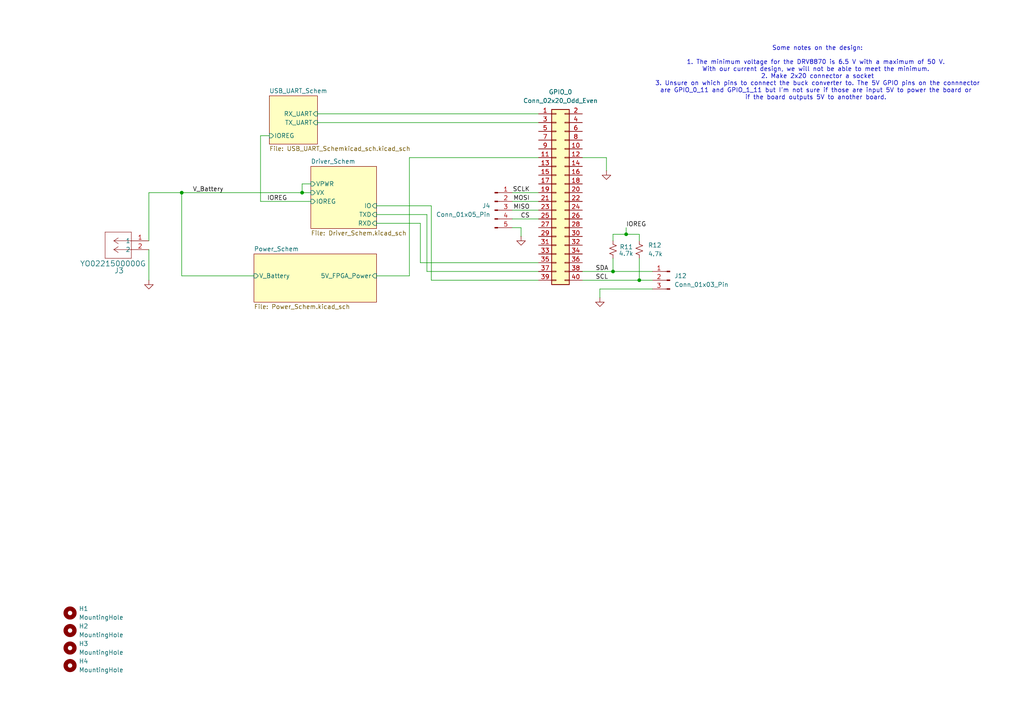
<source format=kicad_sch>
(kicad_sch (version 20250114) (generator "eeschema") (generator_version "9.0")
  (paper "A4")
  (lib_symbols
    (symbol "2026-01-23_14-54-26:YO0221500000G" (pin_names (offset 0.254))
      (property "Reference" "J" (at 8.89 6.35 0))
      (property "Value" "YO0221500000G" (at 0 0 0))
      (symbol "YO0221500000G_1_1"
        (polyline (pts (xy 5.08 2.54) (xy 5.08 -5.08)) (stroke (width 0.127)))
        (polyline (pts (xy 5.08 -5.08) (xy 12.7 -5.08)) (stroke (width 0.127)))
        (polyline (pts (xy 10.16 0) (xy 5.08 0)) (stroke (width 0.127)))
        (polyline (pts (xy 10.16 0) (xy 8.89 0.8467)) (stroke (width 0.127)))
        (polyline (pts (xy 10.16 0) (xy 8.89 -0.8467)) (stroke (width 0.127)))
        (polyline (pts (xy 10.16 -2.54) (xy 5.08 -2.54)) (stroke (width 0.127)))
        (polyline (pts (xy 10.16 -2.54) (xy 8.89 -1.6933)) (stroke (width 0.127)))
        (polyline (pts (xy 10.16 -2.54) (xy 8.89 -3.3867)) (stroke (width 0.127)))
        (polyline (pts (xy 12.7 2.54) (xy 5.08 2.54)) (stroke (width 0.127)))
        (polyline (pts (xy 12.7 -5.08) (xy 12.7 2.54)) (stroke (width 0.127)))
        (pin unspecified line (at 0 0 0) (length 5.08) (name "1") (number "1"))
        (pin unspecified line (at 0 -2.54 0) (length 5.08) (name "2") (number "2"))
      )
      (symbol "YO0221500000G_1_2"
        (polyline (pts (xy 5.08 2.54) (xy 5.08 -5.08)) (stroke (width 0.127)))
        (polyline (pts (xy 5.08 -5.08) (xy 12.7 -5.08)) (stroke (width 0.127)))
        (polyline (pts (xy 7.62 0) (xy 5.08 0)) (stroke (width 0.127)))
        (polyline (pts (xy 7.62 0) (xy 8.89 0.8467)) (stroke (width 0.127)))
        (polyline (pts (xy 7.62 0) (xy 8.89 -0.8467)) (stroke (width 0.127)))
        (polyline (pts (xy 7.62 -2.54) (xy 5.08 -2.54)) (stroke (width 0.127)))
        (polyline (pts (xy 7.62 -2.54) (xy 8.89 -1.6933)) (stroke (width 0.127)))
        (polyline (pts (xy 7.62 -2.54) (xy 8.89 -3.3867)) (stroke (width 0.127)))
        (polyline (pts (xy 12.7 2.54) (xy 5.08 2.54)) (stroke (width 0.127)))
        (polyline (pts (xy 12.7 -5.08) (xy 12.7 2.54)) (stroke (width 0.127)))
        (pin unspecified line (at 0 0 0) (length 5.08) (name "1") (number "1"))
        (pin unspecified line (at 0 -2.54 0) (length 5.08) (name "2") (number "2"))
      )
    )
    (symbol "Connector:Conn_01x03_Pin" (pin_names (offset 1.016) (hide yes))
      (property "Reference" "J" (at 0 5.08 0))
      (property "Value" "Conn_01x03_Pin" (at 0 -5.08 0))
      (symbol "Conn_01x03_Pin_1_1"
        (rectangle (start 0.8636 2.667) (end 0 2.413) (stroke (width 0.1524)) (fill (type outline)))
        (rectangle (start 0.8636 0.127) (end 0 -0.127) (stroke (width 0.1524)) (fill (type outline)))
        (rectangle (start 0.8636 -2.413) (end 0 -2.667) (stroke (width 0.1524)) (fill (type outline)))
        (polyline (pts (xy 1.27 2.54) (xy 0.8636 2.54)) (stroke (width 0.1524)))
        (polyline (pts (xy 1.27 0) (xy 0.8636 0)) (stroke (width 0.1524)))
        (polyline (pts (xy 1.27 -2.54) (xy 0.8636 -2.54)) (stroke (width 0.1524)))
        (pin passive line (at 5.08 2.54 180) (length 3.81) (name "Pin_1") (number "1"))
        (pin passive line (at 5.08 0 180) (length 3.81) (name "Pin_2") (number "2"))
        (pin passive line (at 5.08 -2.54 180) (length 3.81) (name "Pin_3") (number "3"))
      )
    )
    (symbol "Connector:Conn_01x05_Pin" (pin_names (offset 1.016) (hide yes))
      (property "Reference" "J" (at 0 7.62 0))
      (property "Value" "Conn_01x05_Pin" (at 0 -7.62 0))
      (symbol "Conn_01x05_Pin_1_1"
        (rectangle (start 0.8636 5.207) (end 0 4.953) (stroke (width 0.1524)) (fill (type outline)))
        (rectangle (start 0.8636 2.667) (end 0 2.413) (stroke (width 0.1524)) (fill (type outline)))
        (rectangle (start 0.8636 0.127) (end 0 -0.127) (stroke (width 0.1524)) (fill (type outline)))
        (rectangle (start 0.8636 -2.413) (end 0 -2.667) (stroke (width 0.1524)) (fill (type outline)))
        (rectangle (start 0.8636 -4.953) (end 0 -5.207) (stroke (width 0.1524)) (fill (type outline)))
        (polyline (pts (xy 1.27 5.08) (xy 0.8636 5.08)) (stroke (width 0.1524)))
        (polyline (pts (xy 1.27 2.54) (xy 0.8636 2.54)) (stroke (width 0.1524)))
        (polyline (pts (xy 1.27 0) (xy 0.8636 0)) (stroke (width 0.1524)))
        (polyline (pts (xy 1.27 -2.54) (xy 0.8636 -2.54)) (stroke (width 0.1524)))
        (polyline (pts (xy 1.27 -5.08) (xy 0.8636 -5.08)) (stroke (width 0.1524)))
        (pin passive line (at 5.08 5.08 180) (length 3.81) (name "Pin_1") (number "1"))
        (pin passive line (at 5.08 2.54 180) (length 3.81) (name "Pin_2") (number "2"))
        (pin passive line (at 5.08 0 180) (length 3.81) (name "Pin_3") (number "3"))
        (pin passive line (at 5.08 -2.54 180) (length 3.81) (name "Pin_4") (number "4"))
        (pin passive line (at 5.08 -5.08 180) (length 3.81) (name "Pin_5") (number "5"))
      )
    )
    (symbol "Connector_Generic:Conn_02x20_Odd_Even" (pin_names (offset 1.016) (hide yes))
      (property "Reference" "J" (at 1.27 25.4 0))
      (property "Value" "Conn_02x20_Odd_Even" (at 1.27 -27.94 0))
      (symbol "Conn_02x20_Odd_Even_1_1"
        (rectangle (start -1.27 24.13) (end 3.81 -26.67) (stroke (width 0.254)) (fill (type background)))
        (rectangle (start -1.27 22.987) (end 0 22.733) (stroke (width 0.1524)))
        (rectangle (start -1.27 20.447) (end 0 20.193) (stroke (width 0.1524)))
        (rectangle (start -1.27 17.907) (end 0 17.653) (stroke (width 0.1524)))
        (rectangle (start -1.27 15.367) (end 0 15.113) (stroke (width 0.1524)))
        (rectangle (start -1.27 12.827) (end 0 12.573) (stroke (width 0.1524)))
        (rectangle (start -1.27 10.287) (end 0 10.033) (stroke (width 0.1524)))
        (rectangle (start -1.27 7.747) (end 0 7.493) (stroke (width 0.1524)))
        (rectangle (start -1.27 5.207) (end 0 4.953) (stroke (width 0.1524)))
        (rectangle (start -1.27 2.667) (end 0 2.413) (stroke (width 0.1524)))
        (rectangle (start -1.27 0.127) (end 0 -0.127) (stroke (width 0.1524)))
        (rectangle (start -1.27 -2.413) (end 0 -2.667) (stroke (width 0.1524)))
        (rectangle (start -1.27 -4.953) (end 0 -5.207) (stroke (width 0.1524)))
        (rectangle (start -1.27 -7.493) (end 0 -7.747) (stroke (width 0.1524)))
        (rectangle (start -1.27 -10.033) (end 0 -10.287) (stroke (width 0.1524)))
        (rectangle (start -1.27 -12.573) (end 0 -12.827) (stroke (width 0.1524)))
        (rectangle (start -1.27 -15.113) (end 0 -15.367) (stroke (width 0.1524)))
        (rectangle (start -1.27 -17.653) (end 0 -17.907) (stroke (width 0.1524)))
        (rectangle (start -1.27 -20.193) (end 0 -20.447) (stroke (width 0.1524)))
        (rectangle (start -1.27 -22.733) (end 0 -22.987) (stroke (width 0.1524)))
        (rectangle (start -1.27 -25.273) (end 0 -25.527) (stroke (width 0.1524)))
        (rectangle (start 3.81 22.987) (end 2.54 22.733) (stroke (width 0.1524)))
        (rectangle (start 3.81 20.447) (end 2.54 20.193) (stroke (width 0.1524)))
        (rectangle (start 3.81 17.907) (end 2.54 17.653) (stroke (width 0.1524)))
        (rectangle (start 3.81 15.367) (end 2.54 15.113) (stroke (width 0.1524)))
        (rectangle (start 3.81 12.827) (end 2.54 12.573) (stroke (width 0.1524)))
        (rectangle (start 3.81 10.287) (end 2.54 10.033) (stroke (width 0.1524)))
        (rectangle (start 3.81 7.747) (end 2.54 7.493) (stroke (width 0.1524)))
        (rectangle (start 3.81 5.207) (end 2.54 4.953) (stroke (width 0.1524)))
        (rectangle (start 3.81 2.667) (end 2.54 2.413) (stroke (width 0.1524)))
        (rectangle (start 3.81 0.127) (end 2.54 -0.127) (stroke (width 0.1524)))
        (rectangle (start 3.81 -2.413) (end 2.54 -2.667) (stroke (width 0.1524)))
        (rectangle (start 3.81 -4.953) (end 2.54 -5.207) (stroke (width 0.1524)))
        (rectangle (start 3.81 -7.493) (end 2.54 -7.747) (stroke (width 0.1524)))
        (rectangle (start 3.81 -10.033) (end 2.54 -10.287) (stroke (width 0.1524)))
        (rectangle (start 3.81 -12.573) (end 2.54 -12.827) (stroke (width 0.1524)))
        (rectangle (start 3.81 -15.113) (end 2.54 -15.367) (stroke (width 0.1524)))
        (rectangle (start 3.81 -17.653) (end 2.54 -17.907) (stroke (width 0.1524)))
        (rectangle (start 3.81 -20.193) (end 2.54 -20.447) (stroke (width 0.1524)))
        (rectangle (start 3.81 -22.733) (end 2.54 -22.987) (stroke (width 0.1524)))
        (rectangle (start 3.81 -25.273) (end 2.54 -25.527) (stroke (width 0.1524)))
        (pin passive line (at -5.08 22.86 0) (length 3.81) (name "Pin_1") (number "1"))
        (pin passive line (at -5.08 20.32 0) (length 3.81) (name "Pin_3") (number "3"))
        (pin passive line (at -5.08 17.78 0) (length 3.81) (name "Pin_5") (number "5"))
        (pin passive line (at -5.08 15.24 0) (length 3.81) (name "Pin_7") (number "7"))
        (pin passive line (at -5.08 12.7 0) (length 3.81) (name "Pin_9") (number "9"))
        (pin passive line (at -5.08 10.16 0) (length 3.81) (name "Pin_11") (number "11"))
        (pin passive line (at -5.08 7.62 0) (length 3.81) (name "Pin_13") (number "13"))
        (pin passive line (at -5.08 5.08 0) (length 3.81) (name "Pin_15") (number "15"))
        (pin passive line (at -5.08 2.54 0) (length 3.81) (name "Pin_17") (number "17"))
        (pin passive line (at -5.08 0 0) (length 3.81) (name "Pin_19") (number "19"))
        (pin passive line (at -5.08 -2.54 0) (length 3.81) (name "Pin_21") (number "21"))
        (pin passive line (at -5.08 -5.08 0) (length 3.81) (name "Pin_23") (number "23"))
        (pin passive line (at -5.08 -7.62 0) (length 3.81) (name "Pin_25") (number "25"))
        (pin passive line (at -5.08 -10.16 0) (length 3.81) (name "Pin_27") (number "27"))
        (pin passive line (at -5.08 -12.7 0) (length 3.81) (name "Pin_29") (number "29"))
        (pin passive line (at -5.08 -15.24 0) (length 3.81) (name "Pin_31") (number "31"))
        (pin passive line (at -5.08 -17.78 0) (length 3.81) (name "Pin_33") (number "33"))
        (pin passive line (at -5.08 -20.32 0) (length 3.81) (name "Pin_35") (number "35"))
        (pin passive line (at -5.08 -22.86 0) (length 3.81) (name "Pin_37") (number "37"))
        (pin passive line (at -5.08 -25.4 0) (length 3.81) (name "Pin_39") (number "39"))
        (pin passive line (at 7.62 22.86 180) (length 3.81) (name "Pin_2") (number "2"))
        (pin passive line (at 7.62 20.32 180) (length 3.81) (name "Pin_4") (number "4"))
        (pin passive line (at 7.62 17.78 180) (length 3.81) (name "Pin_6") (number "6"))
        (pin passive line (at 7.62 15.24 180) (length 3.81) (name "Pin_8") (number "8"))
        (pin passive line (at 7.62 12.7 180) (length 3.81) (name "Pin_10") (number "10"))
        (pin passive line (at 7.62 10.16 180) (length 3.81) (name "Pin_12") (number "12"))
        (pin passive line (at 7.62 7.62 180) (length 3.81) (name "Pin_14") (number "14"))
        (pin passive line (at 7.62 5.08 180) (length 3.81) (name "Pin_16") (number "16"))
        (pin passive line (at 7.62 2.54 180) (length 3.81) (name "Pin_18") (number "18"))
        (pin passive line (at 7.62 0 180) (length 3.81) (name "Pin_20") (number "20"))
        (pin passive line (at 7.62 -2.54 180) (length 3.81) (name "Pin_22") (number "22"))
        (pin passive line (at 7.62 -5.08 180) (length 3.81) (name "Pin_24") (number "24"))
        (pin passive line (at 7.62 -7.62 180) (length 3.81) (name "Pin_26") (number "26"))
        (pin passive line (at 7.62 -10.16 180) (length 3.81) (name "Pin_28") (number "28"))
        (pin passive line (at 7.62 -12.7 180) (length 3.81) (name "Pin_30") (number "30"))
        (pin passive line (at 7.62 -15.24 180) (length 3.81) (name "Pin_32") (number "32"))
        (pin passive line (at 7.62 -17.78 180) (length 3.81) (name "Pin_34") (number "34"))
        (pin passive line (at 7.62 -20.32 180) (length 3.81) (name "Pin_36") (number "36"))
        (pin passive line (at 7.62 -22.86 180) (length 3.81) (name "Pin_38") (number "38"))
        (pin passive line (at 7.62 -25.4 180) (length 3.81) (name "Pin_40") (number "40"))
      )
    )
    (symbol "Device:R_Small_US" (pin_numbers (hide yes)) (pin_names (offset 0.254) (hide yes))
      (property "Reference" "R" (at 0.762 0.508 0))
      (property "Value" "R_Small_US" (at 0.762 -1.016 0))
      (symbol "R_Small_US_1_1"
        (polyline (pts (xy 0 1.524) (xy 1.016 1.143) (xy 0 0.762) (xy -1.016 0.381) (xy 0 0)))
        (polyline (pts (xy 0 0) (xy 1.016 -0.381) (xy 0 -0.762) (xy -1.016 -1.143) (xy 0 -1.524)))
        (pin passive line (at 0 2.54 270) (length 1.016) (name "~") (number "1"))
        (pin passive line (at 0 -2.54 90) (length 1.016) (name "~") (number "2"))
      )
    )
    (symbol "Mechanical:MountingHole" (pin_names (offset 1.016)) (in_bom no)
      (property "Reference" "H" (at 0 5.08 0))
      (property "Value" "MountingHole" (at 0 3.175 0))
      (symbol "MountingHole_0_1"
        (circle (center 0 0) (radius 1.27) (stroke (width 1.27)))
      )
    )
    (symbol "power:GND" (power) (pin_numbers (hide yes)) (pin_names (offset 0) (hide yes))
      (property "Value" "GND" (at 0 -3.81 0))
      (symbol "GND_0_1"
        (polyline (pts (xy 0 0) (xy 0 -1.27) (xy 1.27 -1.27) (xy 0 -2.54) (xy -1.27 -1.27) (xy 0 -1.27)))
      )
      (symbol "GND_1_1"
        (pin power_in line (at 0 0 270) (length 0) (name "~") (number "1"))
      )
    )
  )
  (text "Some notes on the design:\n\n1. The minimum voltage for the DRV8870 is 6.5 V with a maximum of 50 V. \nWith our current design, we will not be able to meet the minimum. \n2. Make 2x20 connector a socket\n3. Unsure on which pins to connect the buck converter to. The 5V GPIO pins on the connnector\nare GPIO_0_11 and GPIO_1_11 but I'm not sure if those are input 5V to power the board or \nif the board outputs 5V to another board. \n" (at 237.109 21.209 0) (effects (font (size 1.27 1.27))))
  (junction (at 52.705 55.88))
  (junction (at 87.63 55.88))
  (junction (at 185.42 81.28))
  (junction (at 181.61 67.945))
  (junction (at 177.8 78.74))
  (wire (pts (xy 43.18 55.88) (xy 43.18 69.85)))
  (wire (pts (xy 90.17 53.34) (xy 87.63 53.34)))
  (wire (pts (xy 177.8 69.85) (xy 177.8 67.945)))
  (wire (pts (xy 185.42 74.93) (xy 185.42 81.28)))
  (wire (pts (xy 125.095 81.28) (xy 156.21 81.28)))
  (wire (pts (xy 168.91 78.74) (xy 177.8 78.74)))
  (wire (pts (xy 177.8 78.74) (xy 189.23 78.74)))
  (wire (pts (xy 118.745 45.72) (xy 156.21 45.72)))
  (wire (pts (xy 148.59 60.96) (xy 156.21 60.96)))
  (wire (pts (xy 181.61 67.945) (xy 185.42 67.945)))
  (wire (pts (xy 52.705 55.88) (xy 87.63 55.88)))
  (wire (pts (xy 148.59 55.88) (xy 156.21 55.88)))
  (wire (pts (xy 92.075 35.56) (xy 156.21 35.56)))
  (wire (pts (xy 121.92 64.77) (xy 121.92 76.2)))
  (wire (pts (xy 168.91 81.28) (xy 185.42 81.28)))
  (wire (pts (xy 92.075 33.02) (xy 156.21 33.02)))
  (wire (pts (xy 177.8 67.945) (xy 181.61 67.945)))
  (wire (pts (xy 118.745 80.01) (xy 118.745 45.72)))
  (wire (pts (xy 173.99 83.82) (xy 189.23 83.82)))
  (wire (pts (xy 173.99 86.36) (xy 173.99 83.82)))
  (wire (pts (xy 175.895 45.72) (xy 175.895 49.53)))
  (wire (pts (xy 109.22 59.69) (xy 125.095 59.69)))
  (wire (pts (xy 75.565 58.42) (xy 75.565 39.37)))
  (wire (pts (xy 151.13 66.04) (xy 148.59 66.04)))
  (wire (pts (xy 43.18 55.88) (xy 52.705 55.88)))
  (wire (pts (xy 185.42 81.28) (xy 189.23 81.28)))
  (wire (pts (xy 109.22 64.77) (xy 121.92 64.77)))
  (wire (pts (xy 52.705 80.01) (xy 52.705 55.88)))
  (wire (pts (xy 123.825 62.23) (xy 123.825 78.74)))
  (wire (pts (xy 125.095 59.69) (xy 125.095 81.28)))
  (wire (pts (xy 177.8 74.93) (xy 177.8 78.74)))
  (wire (pts (xy 75.565 39.37) (xy 78.105 39.37)))
  (wire (pts (xy 109.22 62.23) (xy 123.825 62.23)))
  (wire (pts (xy 109.22 80.01) (xy 118.745 80.01)))
  (wire (pts (xy 52.705 80.01) (xy 73.66 80.01)))
  (wire (pts (xy 123.825 78.74) (xy 156.21 78.74)))
  (wire (pts (xy 87.63 53.34) (xy 87.63 55.88)))
  (wire (pts (xy 168.91 45.72) (xy 175.895 45.72)))
  (wire (pts (xy 181.61 66.04) (xy 181.61 67.945)))
  (wire (pts (xy 90.17 58.42) (xy 75.565 58.42)))
  (wire (pts (xy 151.13 68.58) (xy 151.13 66.04)))
  (wire (pts (xy 43.18 72.39) (xy 43.18 81.28)))
  (wire (pts (xy 148.59 58.42) (xy 156.21 58.42)))
  (wire (pts (xy 185.42 67.945) (xy 185.42 69.85)))
  (wire (pts (xy 148.59 63.5) (xy 156.21 63.5)))
  (wire (pts (xy 90.17 55.88) (xy 87.63 55.88)))
  (wire (pts (xy 121.92 76.2) (xy 156.21 76.2)))
  (label "IOREG" (at 181.61 66.04 0))
  (label "SCLK" (at 153.67 55.88 180))
  (label "V_Battery" (at 55.88 55.88 0))
  (label "SDA" (at 172.72 78.74 0))
  (label "SCL" (at 172.72 81.28 0))
  (label "MISO" (at 153.67 60.96 180))
  (label "IOREG" (at 77.47 58.42 0))
  (label "CS" (at 153.67 63.5 180))
  (label "MOSI" (at 153.67 58.42 180))
  (symbol (lib_id "Device:R_Small_US") (at 177.8 72.39 0) (unit 1)
    (property "Reference" "R11" (at 179.705 71.628 0) (effects (justify left)))
    (property "Value" "4.7k" (at 179.451 73.533 0) (effects (justify left)))
    (property "Footprint" "Resistor_SMD:R_0805_2012Metric" (effects (hide yes)))
    (property "Description" "Resistor, small US symbol" (effects (hide yes)))
  )
  (symbol (lib_id "Device:R_Small_US") (at 185.42 72.39 0) (unit 1)
    (property "Reference" "R12" (at 187.96 71.1199 0) (effects (justify left)))
    (property "Value" "4.7k" (at 187.96 73.6599 0) (effects (justify left)))
    (property "Footprint" "Resistor_SMD:R_0805_2012Metric" (effects (hide yes)))
    (property "Description" "Resistor, small US symbol" (effects (hide yes)))
  )
  (symbol (lib_id "Mechanical:MountingHole") (at 20.32 187.96 0) (unit 1) (in_bom no)
    (property "Reference" "H3" (at 22.86 186.6899 0) (effects (justify left)))
    (property "Value" "MountingHole" (at 22.86 189.2299 0) (effects (justify left)))
    (property "Footprint" "MountingHole:MountingHole_3.2mm_M3" (effects (hide yes)))
    (property "Description" "Mounting Hole without connection" (effects (hide yes)))
  )
  (symbol (lib_id "power:GND") (at 151.13 68.58 0) (mirror y) (unit 1)
    (property "Reference" "#PWR018" (effects (hide yes)))
    (property "Value" "GND" (effects (hide yes)))
    (property "Description" "Power symbol creates a global label with name \"GND\" , ground" (effects (hide yes)))
  )
  (symbol (lib_id "2026-01-23_14-54-26:YO0221500000G") (at 43.18 69.85 0) (mirror y) (unit 1)
    (property "Reference" "J3" (at 34.544 78.486 0) (effects (font (size 1.524 1.524))))
    (property "Value" "YO0221500000G" (at 32.766 76.454 0) (effects (font (size 1.524 1.524))))
    (property "Footprint" "YO0221500000G:CONN_YO0221500000G_AMP" (effects (hide yes)))
    (property "Datasheet" "YO0221500000G" (effects (hide yes)))
  )
  (symbol (lib_id "Connector:Conn_01x03_Pin") (at 194.31 81.28 0) (mirror y) (unit 1)
    (property "Reference" "J12" (at 195.58 80.0099 0) (effects (justify right)))
    (property "Value" "Conn_01x03_Pin" (at 195.58 82.5499 0) (effects (justify right)))
    (property "Footprint" "Connector_PinHeader_2.54mm:PinHeader_1x03_P2.54mm_Vertical" (effects (hide yes)))
    (property "Description" "Generic connector, single row, 01x03, script generated" (effects (hide yes)))
  )
  (symbol (lib_id "Connector_Generic:Conn_02x20_Odd_Even") (at 161.29 55.88 0) (unit 1)
    (property "Reference" "GPIO_0" (at 162.56 26.67 0))
    (property "Value" "Conn_02x20_Odd_Even" (at 162.56 29.21 0))
    (property "Footprint" "Connector_PinSocket_2.54mm:PinSocket_2x20_P2.54mm_Vertical" (effects (hide yes)))
    (property "Description" "Generic connector, double row, 02x20, odd/even pin numbering scheme (row 1 odd numbers, row 2 even numbers), script generated (kicad-library-utils/schlib/autogen/connector/)" (effects (hide yes)))
  )
  (symbol (lib_id "Mechanical:MountingHole") (at 20.32 182.88 0) (unit 1) (in_bom no)
    (property "Reference" "H2" (at 22.86 181.6099 0) (effects (justify left)))
    (property "Value" "MountingHole" (at 22.86 184.1499 0) (effects (justify left)))
    (property "Footprint" "MountingHole:MountingHole_3.2mm_M3" (effects (hide yes)))
    (property "Description" "Mounting Hole without connection" (effects (hide yes)))
  )
  (symbol (lib_id "Mechanical:MountingHole") (at 20.32 193.04 0) (unit 1) (in_bom no)
    (property "Reference" "H4" (at 22.86 191.7699 0) (effects (justify left)))
    (property "Value" "MountingHole" (at 22.86 194.3099 0) (effects (justify left)))
    (property "Footprint" "MountingHole:MountingHole_3.2mm_M3" (effects (hide yes)))
    (property "Description" "Mounting Hole without connection" (effects (hide yes)))
  )
  (symbol (lib_id "power:GND") (at 43.18 81.28 0) (mirror y) (unit 1)
    (property "Reference" "#PWR010" (effects (hide yes)))
    (property "Value" "GND" (effects (hide yes)))
    (property "Description" "Power symbol creates a global label with name \"GND\" , ground" (effects (hide yes)))
  )
  (symbol (lib_id "Mechanical:MountingHole") (at 20.32 177.8 0) (unit 1) (in_bom no)
    (property "Reference" "H1" (at 22.86 176.5299 0) (effects (justify left)))
    (property "Value" "MountingHole" (at 22.86 179.0699 0) (effects (justify left)))
    (property "Footprint" "MountingHole:MountingHole_3.2mm_M3" (effects (hide yes)))
    (property "Description" "Mounting Hole without connection" (effects (hide yes)))
  )
  (symbol (lib_id "power:GND") (at 173.99 86.36 0) (unit 1)
    (property "Reference" "#PWR09" (effects (hide yes)))
    (property "Value" "GND" (effects (hide yes)))
    (property "Description" "Power symbol creates a global label with name \"GND\" , ground" (effects (hide yes)))
  )
  (symbol (lib_id "power:GND") (at 175.895 49.53 0) (unit 1)
    (property "Reference" "#PWR04" (effects (hide yes)))
    (property "Value" "GND" (effects (hide yes)))
    (property "Description" "Power symbol creates a global label with name \"GND\" , ground" (effects (hide yes)))
  )
  (symbol (lib_id "Connector:Conn_01x05_Pin") (at 143.51 60.96 0) (unit 1)
    (property "Reference" "J4" (at 142.24 59.6899 0) (effects (justify right)))
    (property "Value" "Conn_01x05_Pin" (at 142.24 62.2299 0) (effects (justify right)))
    (property "Footprint" "Connector_PinHeader_2.54mm:PinHeader_1x05_P2.54mm_Vertical" (effects (hide yes)))
    (property "Description" "Generic connector, single row, 01x05, script generated" (effects (hide yes)))
  )
  (sheet (at 73.66 73.66) (size 35.56 13.97) (stroke (width 0.1524)) (fill (color 255 255 194 1.0000))
    (property "Sheetname" "Power_Schem" (at 73.66 72.9484 0) (effects (justify left bottom)))
    (property "Sheetfile" "Power_Schem.kicad_sch" (at 73.66 88.2146 0) (effects (justify left top)))
    (pin "5V_FPGA_Power" input (at 109.22 80.01 0))
    (pin "V_Battery" input (at 73.66 80.01 180))
  )
  (sheet (at 78.105 27.813) (size 13.97 13.97) (stroke (width 0.1524)) (fill (color 255 255 194 1.0000))
    (property "Sheetname" "USB_UART_Schem" (at 78.105 27.1014 0) (effects (justify left bottom)))
    (property "Sheetfile" "USB_UART_Schemkicad_sch.kicad_sch" (at 78.105 42.3676 0) (effects (justify left top)))
    (pin "IOREG" input (at 78.105 39.37 180))
    (pin "RX_UART" input (at 92.075 33.02 0))
    (pin "TX_UART" input (at 92.075 35.56 0))
  )
  (sheet (at 90.17 48.26) (size 19.05 18.034) (stroke (width 0.1524)) (fill (color 255 255 194 1.0000))
    (property "Sheetname" "Driver_Schem" (at 90.17 47.5484 0) (effects (justify left bottom)))
    (property "Sheetfile" "Driver_Schem.kicad_sch" (at 90.17 66.8786 0) (effects (justify left top)))
    (pin "IO" input (at 109.22 59.69 0))
    (pin "RXD" input (at 109.22 64.77 0))
    (pin "TXD" input (at 109.22 62.23 0))
    (pin "VPWR" input (at 90.17 53.34 180))
    (pin "VX" input (at 90.17 55.88 180))
    (pin "IOREG" input (at 90.17 58.42 180))
  )
)
</source>
